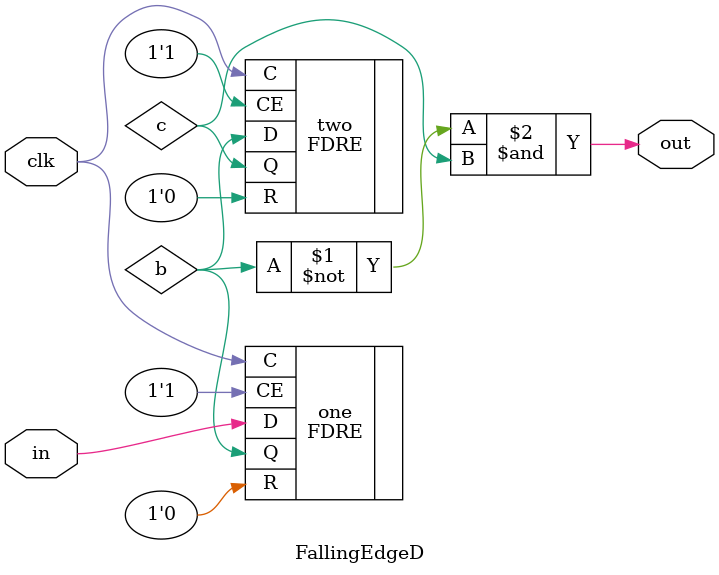
<source format=v>
`timescale 1ns / 1ps


module FallingEdgeD(
    input in,
    input clk,
    output out
    );
    wire b, c;
    FDRE #(.INIT(1'b0)) one (.C(clk),  .R(1'b0), .CE(1'b1), .D(in), .Q(b));
    FDRE #(.INIT(1'b0)) two (.C(clk),  .R(1'b0), .CE(1'b1), .D(b), .Q(c));
    assign out = ~b&c;
endmodule

</source>
